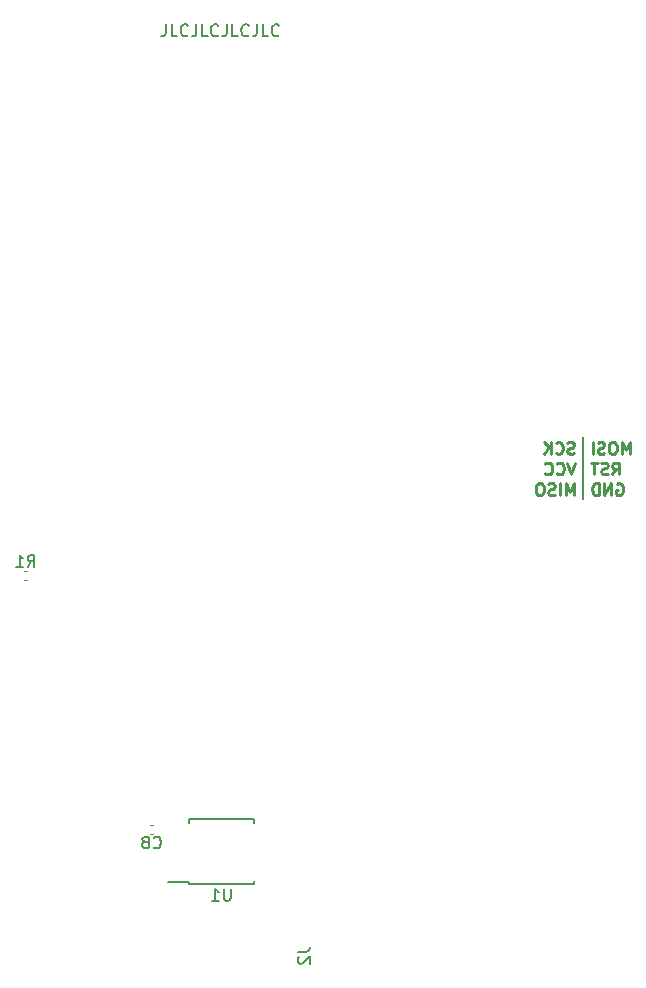
<source format=gbo>
G04 #@! TF.GenerationSoftware,KiCad,Pcbnew,5.1.10*
G04 #@! TF.CreationDate,2021-09-05T11:20:00+02:00*
G04 #@! TF.ProjectId,badge,62616467-652e-46b6-9963-61645f706362,rev?*
G04 #@! TF.SameCoordinates,Original*
G04 #@! TF.FileFunction,Legend,Bot*
G04 #@! TF.FilePolarity,Positive*
%FSLAX46Y46*%
G04 Gerber Fmt 4.6, Leading zero omitted, Abs format (unit mm)*
G04 Created by KiCad (PCBNEW 5.1.10) date 2021-09-05 11:20:00*
%MOMM*%
%LPD*%
G01*
G04 APERTURE LIST*
%ADD10C,0.150000*%
%ADD11C,0.250000*%
%ADD12C,0.120000*%
%ADD13C,3.200000*%
%ADD14C,2.000000*%
%ADD15R,0.400000X1.350000*%
%ADD16R,1.350000X1.000000*%
%ADD17R,1.900000X1.900000*%
%ADD18C,0.600000*%
%ADD19R,1.700000X0.650000*%
G04 APERTURE END LIST*
D10*
X145380952Y-62352380D02*
X145380952Y-63066666D01*
X145333333Y-63209523D01*
X145238095Y-63304761D01*
X145095238Y-63352380D01*
X145000000Y-63352380D01*
X146333333Y-63352380D02*
X145857142Y-63352380D01*
X145857142Y-62352380D01*
X147238095Y-63257142D02*
X147190476Y-63304761D01*
X147047619Y-63352380D01*
X146952380Y-63352380D01*
X146809523Y-63304761D01*
X146714285Y-63209523D01*
X146666666Y-63114285D01*
X146619047Y-62923809D01*
X146619047Y-62780952D01*
X146666666Y-62590476D01*
X146714285Y-62495238D01*
X146809523Y-62400000D01*
X146952380Y-62352380D01*
X147047619Y-62352380D01*
X147190476Y-62400000D01*
X147238095Y-62447619D01*
X147952380Y-62352380D02*
X147952380Y-63066666D01*
X147904761Y-63209523D01*
X147809523Y-63304761D01*
X147666666Y-63352380D01*
X147571428Y-63352380D01*
X148904761Y-63352380D02*
X148428571Y-63352380D01*
X148428571Y-62352380D01*
X149809523Y-63257142D02*
X149761904Y-63304761D01*
X149619047Y-63352380D01*
X149523809Y-63352380D01*
X149380952Y-63304761D01*
X149285714Y-63209523D01*
X149238095Y-63114285D01*
X149190476Y-62923809D01*
X149190476Y-62780952D01*
X149238095Y-62590476D01*
X149285714Y-62495238D01*
X149380952Y-62400000D01*
X149523809Y-62352380D01*
X149619047Y-62352380D01*
X149761904Y-62400000D01*
X149809523Y-62447619D01*
X150523809Y-62352380D02*
X150523809Y-63066666D01*
X150476190Y-63209523D01*
X150380952Y-63304761D01*
X150238095Y-63352380D01*
X150142857Y-63352380D01*
X151476190Y-63352380D02*
X151000000Y-63352380D01*
X151000000Y-62352380D01*
X152380952Y-63257142D02*
X152333333Y-63304761D01*
X152190476Y-63352380D01*
X152095238Y-63352380D01*
X151952380Y-63304761D01*
X151857142Y-63209523D01*
X151809523Y-63114285D01*
X151761904Y-62923809D01*
X151761904Y-62780952D01*
X151809523Y-62590476D01*
X151857142Y-62495238D01*
X151952380Y-62400000D01*
X152095238Y-62352380D01*
X152190476Y-62352380D01*
X152333333Y-62400000D01*
X152380952Y-62447619D01*
X153095238Y-62352380D02*
X153095238Y-63066666D01*
X153047619Y-63209523D01*
X152952380Y-63304761D01*
X152809523Y-63352380D01*
X152714285Y-63352380D01*
X154047619Y-63352380D02*
X153571428Y-63352380D01*
X153571428Y-62352380D01*
X154952380Y-63257142D02*
X154904761Y-63304761D01*
X154761904Y-63352380D01*
X154666666Y-63352380D01*
X154523809Y-63304761D01*
X154428571Y-63209523D01*
X154380952Y-63114285D01*
X154333333Y-62923809D01*
X154333333Y-62780952D01*
X154380952Y-62590476D01*
X154428571Y-62495238D01*
X154523809Y-62400000D01*
X154666666Y-62352380D01*
X154761904Y-62352380D01*
X154904761Y-62400000D01*
X154952380Y-62447619D01*
X180700000Y-97300000D02*
X180700000Y-102500000D01*
D11*
X184643452Y-98702380D02*
X184643452Y-97702380D01*
X184310119Y-98416666D01*
X183976785Y-97702380D01*
X183976785Y-98702380D01*
X183310119Y-97702380D02*
X183119642Y-97702380D01*
X183024404Y-97750000D01*
X182929166Y-97845238D01*
X182881547Y-98035714D01*
X182881547Y-98369047D01*
X182929166Y-98559523D01*
X183024404Y-98654761D01*
X183119642Y-98702380D01*
X183310119Y-98702380D01*
X183405357Y-98654761D01*
X183500595Y-98559523D01*
X183548214Y-98369047D01*
X183548214Y-98035714D01*
X183500595Y-97845238D01*
X183405357Y-97750000D01*
X183310119Y-97702380D01*
X182500595Y-98654761D02*
X182357738Y-98702380D01*
X182119642Y-98702380D01*
X182024404Y-98654761D01*
X181976785Y-98607142D01*
X181929166Y-98511904D01*
X181929166Y-98416666D01*
X181976785Y-98321428D01*
X182024404Y-98273809D01*
X182119642Y-98226190D01*
X182310119Y-98178571D01*
X182405357Y-98130952D01*
X182452976Y-98083333D01*
X182500595Y-97988095D01*
X182500595Y-97892857D01*
X182452976Y-97797619D01*
X182405357Y-97750000D01*
X182310119Y-97702380D01*
X182072023Y-97702380D01*
X181929166Y-97750000D01*
X181500595Y-98702380D02*
X181500595Y-97702380D01*
X183167261Y-100452380D02*
X183500595Y-99976190D01*
X183738690Y-100452380D02*
X183738690Y-99452380D01*
X183357738Y-99452380D01*
X183262500Y-99500000D01*
X183214880Y-99547619D01*
X183167261Y-99642857D01*
X183167261Y-99785714D01*
X183214880Y-99880952D01*
X183262500Y-99928571D01*
X183357738Y-99976190D01*
X183738690Y-99976190D01*
X182786309Y-100404761D02*
X182643452Y-100452380D01*
X182405357Y-100452380D01*
X182310119Y-100404761D01*
X182262500Y-100357142D01*
X182214880Y-100261904D01*
X182214880Y-100166666D01*
X182262500Y-100071428D01*
X182310119Y-100023809D01*
X182405357Y-99976190D01*
X182595833Y-99928571D01*
X182691071Y-99880952D01*
X182738690Y-99833333D01*
X182786309Y-99738095D01*
X182786309Y-99642857D01*
X182738690Y-99547619D01*
X182691071Y-99500000D01*
X182595833Y-99452380D01*
X182357738Y-99452380D01*
X182214880Y-99500000D01*
X181929166Y-99452380D02*
X181357738Y-99452380D01*
X181643452Y-100452380D02*
X181643452Y-99452380D01*
X183548214Y-101250000D02*
X183643452Y-101202380D01*
X183786309Y-101202380D01*
X183929166Y-101250000D01*
X184024404Y-101345238D01*
X184072023Y-101440476D01*
X184119642Y-101630952D01*
X184119642Y-101773809D01*
X184072023Y-101964285D01*
X184024404Y-102059523D01*
X183929166Y-102154761D01*
X183786309Y-102202380D01*
X183691071Y-102202380D01*
X183548214Y-102154761D01*
X183500595Y-102107142D01*
X183500595Y-101773809D01*
X183691071Y-101773809D01*
X183072023Y-102202380D02*
X183072023Y-101202380D01*
X182500595Y-102202380D01*
X182500595Y-101202380D01*
X182024404Y-102202380D02*
X182024404Y-101202380D01*
X181786309Y-101202380D01*
X181643452Y-101250000D01*
X181548214Y-101345238D01*
X181500595Y-101440476D01*
X181452976Y-101630952D01*
X181452976Y-101773809D01*
X181500595Y-101964285D01*
X181548214Y-102059523D01*
X181643452Y-102154761D01*
X181786309Y-102202380D01*
X182024404Y-102202380D01*
X179947023Y-98654761D02*
X179804166Y-98702380D01*
X179566071Y-98702380D01*
X179470833Y-98654761D01*
X179423214Y-98607142D01*
X179375595Y-98511904D01*
X179375595Y-98416666D01*
X179423214Y-98321428D01*
X179470833Y-98273809D01*
X179566071Y-98226190D01*
X179756547Y-98178571D01*
X179851785Y-98130952D01*
X179899404Y-98083333D01*
X179947023Y-97988095D01*
X179947023Y-97892857D01*
X179899404Y-97797619D01*
X179851785Y-97750000D01*
X179756547Y-97702380D01*
X179518452Y-97702380D01*
X179375595Y-97750000D01*
X178375595Y-98607142D02*
X178423214Y-98654761D01*
X178566071Y-98702380D01*
X178661309Y-98702380D01*
X178804166Y-98654761D01*
X178899404Y-98559523D01*
X178947023Y-98464285D01*
X178994642Y-98273809D01*
X178994642Y-98130952D01*
X178947023Y-97940476D01*
X178899404Y-97845238D01*
X178804166Y-97750000D01*
X178661309Y-97702380D01*
X178566071Y-97702380D01*
X178423214Y-97750000D01*
X178375595Y-97797619D01*
X177947023Y-98702380D02*
X177947023Y-97702380D01*
X177375595Y-98702380D02*
X177804166Y-98130952D01*
X177375595Y-97702380D02*
X177947023Y-98273809D01*
X180042261Y-99452380D02*
X179708928Y-100452380D01*
X179375595Y-99452380D01*
X178470833Y-100357142D02*
X178518452Y-100404761D01*
X178661309Y-100452380D01*
X178756547Y-100452380D01*
X178899404Y-100404761D01*
X178994642Y-100309523D01*
X179042261Y-100214285D01*
X179089880Y-100023809D01*
X179089880Y-99880952D01*
X179042261Y-99690476D01*
X178994642Y-99595238D01*
X178899404Y-99500000D01*
X178756547Y-99452380D01*
X178661309Y-99452380D01*
X178518452Y-99500000D01*
X178470833Y-99547619D01*
X177470833Y-100357142D02*
X177518452Y-100404761D01*
X177661309Y-100452380D01*
X177756547Y-100452380D01*
X177899404Y-100404761D01*
X177994642Y-100309523D01*
X178042261Y-100214285D01*
X178089880Y-100023809D01*
X178089880Y-99880952D01*
X178042261Y-99690476D01*
X177994642Y-99595238D01*
X177899404Y-99500000D01*
X177756547Y-99452380D01*
X177661309Y-99452380D01*
X177518452Y-99500000D01*
X177470833Y-99547619D01*
X179899404Y-102202380D02*
X179899404Y-101202380D01*
X179566071Y-101916666D01*
X179232738Y-101202380D01*
X179232738Y-102202380D01*
X178756547Y-102202380D02*
X178756547Y-101202380D01*
X178327976Y-102154761D02*
X178185119Y-102202380D01*
X177947023Y-102202380D01*
X177851785Y-102154761D01*
X177804166Y-102107142D01*
X177756547Y-102011904D01*
X177756547Y-101916666D01*
X177804166Y-101821428D01*
X177851785Y-101773809D01*
X177947023Y-101726190D01*
X178137500Y-101678571D01*
X178232738Y-101630952D01*
X178280357Y-101583333D01*
X178327976Y-101488095D01*
X178327976Y-101392857D01*
X178280357Y-101297619D01*
X178232738Y-101250000D01*
X178137500Y-101202380D01*
X177899404Y-101202380D01*
X177756547Y-101250000D01*
X177137500Y-101202380D02*
X176947023Y-101202380D01*
X176851785Y-101250000D01*
X176756547Y-101345238D01*
X176708928Y-101535714D01*
X176708928Y-101869047D01*
X176756547Y-102059523D01*
X176851785Y-102154761D01*
X176947023Y-102202380D01*
X177137500Y-102202380D01*
X177232738Y-102154761D01*
X177327976Y-102059523D01*
X177375595Y-101869047D01*
X177375595Y-101535714D01*
X177327976Y-101345238D01*
X177232738Y-101250000D01*
X177137500Y-101202380D01*
D12*
X144072164Y-130140000D02*
X144287836Y-130140000D01*
X144072164Y-130860000D02*
X144287836Y-130860000D01*
X133653641Y-108620000D02*
X133346359Y-108620000D01*
X133653641Y-109380000D02*
X133346359Y-109380000D01*
D10*
X147350000Y-134950000D02*
X145600000Y-134950000D01*
X147350000Y-129645000D02*
X152850000Y-129645000D01*
X147350000Y-135155000D02*
X152850000Y-135155000D01*
X147350000Y-129645000D02*
X147350000Y-129945000D01*
X152850000Y-129645000D02*
X152850000Y-129945000D01*
X152850000Y-135155000D02*
X152850000Y-134855000D01*
X147350000Y-135155000D02*
X147350000Y-134950000D01*
X144346666Y-132017142D02*
X144394285Y-132064761D01*
X144537142Y-132112380D01*
X144632380Y-132112380D01*
X144775238Y-132064761D01*
X144870476Y-131969523D01*
X144918095Y-131874285D01*
X144965714Y-131683809D01*
X144965714Y-131540952D01*
X144918095Y-131350476D01*
X144870476Y-131255238D01*
X144775238Y-131160000D01*
X144632380Y-131112380D01*
X144537142Y-131112380D01*
X144394285Y-131160000D01*
X144346666Y-131207619D01*
X143775238Y-131540952D02*
X143870476Y-131493333D01*
X143918095Y-131445714D01*
X143965714Y-131350476D01*
X143965714Y-131302857D01*
X143918095Y-131207619D01*
X143870476Y-131160000D01*
X143775238Y-131112380D01*
X143584761Y-131112380D01*
X143489523Y-131160000D01*
X143441904Y-131207619D01*
X143394285Y-131302857D01*
X143394285Y-131350476D01*
X143441904Y-131445714D01*
X143489523Y-131493333D01*
X143584761Y-131540952D01*
X143775238Y-131540952D01*
X143870476Y-131588571D01*
X143918095Y-131636190D01*
X143965714Y-131731428D01*
X143965714Y-131921904D01*
X143918095Y-132017142D01*
X143870476Y-132064761D01*
X143775238Y-132112380D01*
X143584761Y-132112380D01*
X143489523Y-132064761D01*
X143441904Y-132017142D01*
X143394285Y-131921904D01*
X143394285Y-131731428D01*
X143441904Y-131636190D01*
X143489523Y-131588571D01*
X143584761Y-131540952D01*
X156552380Y-140866666D02*
X157266666Y-140866666D01*
X157409523Y-140819047D01*
X157504761Y-140723809D01*
X157552380Y-140580952D01*
X157552380Y-140485714D01*
X156647619Y-141295238D02*
X156600000Y-141342857D01*
X156552380Y-141438095D01*
X156552380Y-141676190D01*
X156600000Y-141771428D01*
X156647619Y-141819047D01*
X156742857Y-141866666D01*
X156838095Y-141866666D01*
X156980952Y-141819047D01*
X157552380Y-141247619D01*
X157552380Y-141866666D01*
X133666666Y-108282380D02*
X134000000Y-107806190D01*
X134238095Y-108282380D02*
X134238095Y-107282380D01*
X133857142Y-107282380D01*
X133761904Y-107330000D01*
X133714285Y-107377619D01*
X133666666Y-107472857D01*
X133666666Y-107615714D01*
X133714285Y-107710952D01*
X133761904Y-107758571D01*
X133857142Y-107806190D01*
X134238095Y-107806190D01*
X132714285Y-108282380D02*
X133285714Y-108282380D01*
X133000000Y-108282380D02*
X133000000Y-107282380D01*
X133095238Y-107425238D01*
X133190476Y-107520476D01*
X133285714Y-107568095D01*
X150861904Y-135532380D02*
X150861904Y-136341904D01*
X150814285Y-136437142D01*
X150766666Y-136484761D01*
X150671428Y-136532380D01*
X150480952Y-136532380D01*
X150385714Y-136484761D01*
X150338095Y-136437142D01*
X150290476Y-136341904D01*
X150290476Y-135532380D01*
X149290476Y-136532380D02*
X149861904Y-136532380D01*
X149576190Y-136532380D02*
X149576190Y-135532380D01*
X149671428Y-135675238D01*
X149766666Y-135770476D01*
X149861904Y-135818095D01*
%LPC*%
D13*
X150000000Y-58500000D03*
G36*
G01*
X144380000Y-130670000D02*
X144380000Y-130330000D01*
G75*
G02*
X144520000Y-130190000I140000J0D01*
G01*
X144800000Y-130190000D01*
G75*
G02*
X144940000Y-130330000I0J-140000D01*
G01*
X144940000Y-130670000D01*
G75*
G02*
X144800000Y-130810000I-140000J0D01*
G01*
X144520000Y-130810000D01*
G75*
G02*
X144380000Y-130670000I0J140000D01*
G01*
G37*
G36*
G01*
X143420000Y-130670000D02*
X143420000Y-130330000D01*
G75*
G02*
X143560000Y-130190000I140000J0D01*
G01*
X143840000Y-130190000D01*
G75*
G02*
X143980000Y-130330000I0J-140000D01*
G01*
X143980000Y-130670000D01*
G75*
G02*
X143840000Y-130810000I-140000J0D01*
G01*
X143560000Y-130810000D01*
G75*
G02*
X143420000Y-130670000I0J140000D01*
G01*
G37*
D14*
X189000000Y-104100000D03*
X187000000Y-100100000D03*
X189000000Y-96100000D03*
X192000000Y-96100000D03*
X190000000Y-100100000D03*
X192000000Y-104100000D03*
D15*
X151600000Y-140800000D03*
X150950000Y-140800000D03*
X150300000Y-140800000D03*
X149650000Y-140800000D03*
X149000000Y-140800000D03*
D16*
X153500000Y-141200000D03*
X147100000Y-141200000D03*
D17*
X146100000Y-143450000D03*
X154500000Y-143400000D03*
D18*
X152300000Y-141300000D03*
X148300000Y-141300000D03*
D17*
X151400000Y-143400000D03*
X149200000Y-143400000D03*
G36*
G01*
X134280000Y-108815000D02*
X134280000Y-109185000D01*
G75*
G02*
X134145000Y-109320000I-135000J0D01*
G01*
X133875000Y-109320000D01*
G75*
G02*
X133740000Y-109185000I0J135000D01*
G01*
X133740000Y-108815000D01*
G75*
G02*
X133875000Y-108680000I135000J0D01*
G01*
X134145000Y-108680000D01*
G75*
G02*
X134280000Y-108815000I0J-135000D01*
G01*
G37*
G36*
G01*
X133260000Y-108815000D02*
X133260000Y-109185000D01*
G75*
G02*
X133125000Y-109320000I-135000J0D01*
G01*
X132855000Y-109320000D01*
G75*
G02*
X132720000Y-109185000I0J135000D01*
G01*
X132720000Y-108815000D01*
G75*
G02*
X132855000Y-108680000I135000J0D01*
G01*
X133125000Y-108680000D01*
G75*
G02*
X133260000Y-108815000I0J-135000D01*
G01*
G37*
D19*
X146450000Y-134305000D03*
X146450000Y-133035000D03*
X146450000Y-131765000D03*
X146450000Y-130495000D03*
X153750000Y-130495000D03*
X153750000Y-131765000D03*
X153750000Y-133035000D03*
X153750000Y-134305000D03*
M02*

</source>
